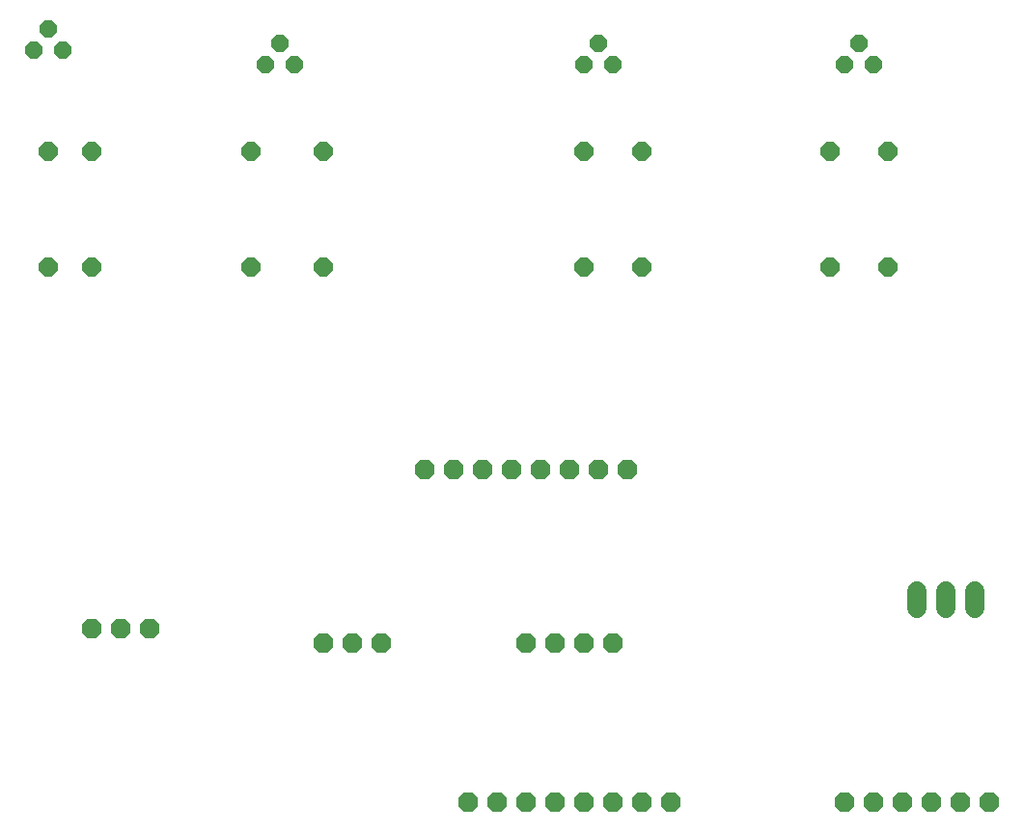
<source format=gbr>
G04 EAGLE Gerber RS-274X export*
G75*
%MOMM*%
%FSLAX34Y34*%
%LPD*%
%INSoldermask Bottom*%
%IPPOS*%
%AMOC8*
5,1,8,0,0,1.08239X$1,22.5*%
G01*
%ADD10C,1.727200*%
%ADD11P,1.852186X8X22.500000*%
%ADD12P,1.759533X8X292.500000*%
%ADD13P,1.759533X8X112.500000*%
%ADD14P,1.649562X8X22.500000*%
%ADD15P,1.852186X8X292.500000*%
%ADD16P,1.852186X8X202.500000*%


D10*
X876300Y233680D02*
X876300Y248920D01*
X901700Y248920D02*
X901700Y233680D01*
X927100Y233680D02*
X927100Y248920D01*
D11*
X812800Y63500D03*
X838200Y63500D03*
X863600Y63500D03*
X889000Y63500D03*
X914400Y63500D03*
X939800Y63500D03*
X444500Y355600D03*
X469900Y355600D03*
X495300Y355600D03*
X520700Y355600D03*
X546100Y355600D03*
X571500Y355600D03*
X596900Y355600D03*
X622300Y355600D03*
D12*
X152400Y635000D03*
X152400Y533400D03*
D13*
X114300Y533400D03*
X114300Y635000D03*
X355600Y533400D03*
X355600Y635000D03*
D12*
X292100Y635000D03*
X292100Y533400D03*
X635000Y635000D03*
X635000Y533400D03*
X584200Y635000D03*
X584200Y533400D03*
X850900Y635000D03*
X850900Y533400D03*
X800100Y635000D03*
X800100Y533400D03*
D14*
X127000Y723900D03*
X114300Y742950D03*
X101600Y723900D03*
X330200Y711200D03*
X317500Y730250D03*
X304800Y711200D03*
X609600Y711200D03*
X596900Y730250D03*
X584200Y711200D03*
X838200Y711200D03*
X825500Y730250D03*
X812800Y711200D03*
D15*
X152400Y215900D03*
X177800Y215900D03*
X203200Y215900D03*
X355600Y203200D03*
X381000Y203200D03*
X406400Y203200D03*
D11*
X482600Y63500D03*
X508000Y63500D03*
X533400Y63500D03*
X558800Y63500D03*
X584200Y63500D03*
X609600Y63500D03*
X635000Y63500D03*
X660400Y63500D03*
D16*
X609600Y203200D03*
X584200Y203200D03*
X558800Y203200D03*
X533400Y203200D03*
M02*

</source>
